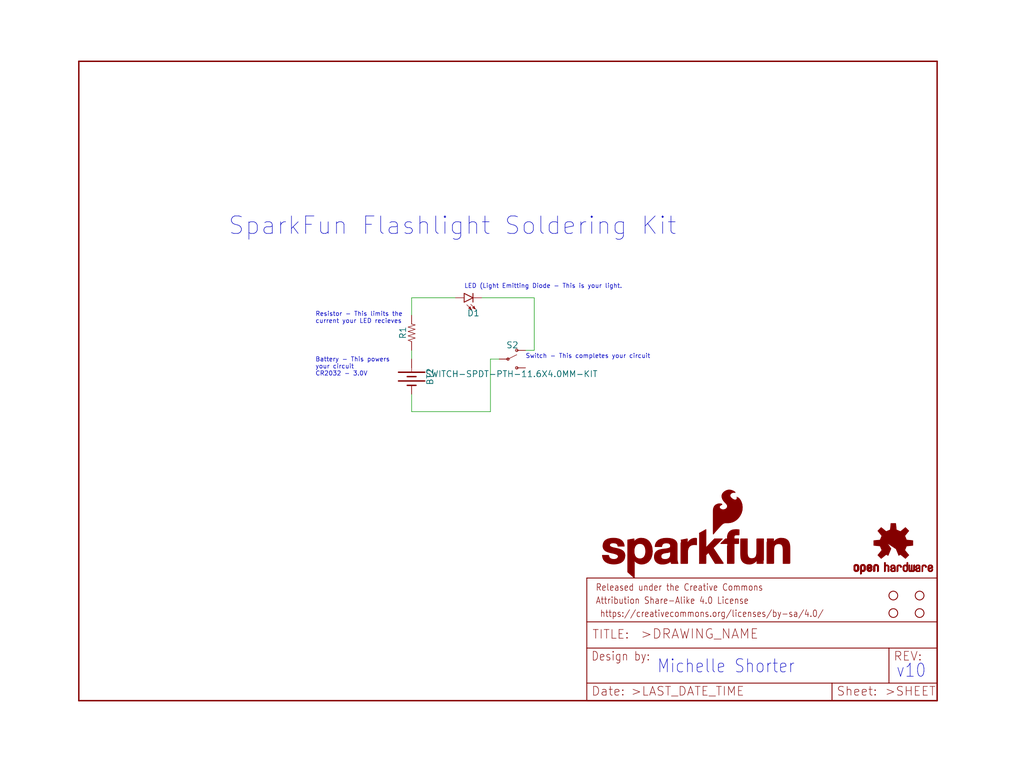
<source format=kicad_sch>
(kicad_sch (version 20211123) (generator eeschema)
  (paper "User" 297.002 223.926)
  (lib_symbols
    (symbol "eagleSchem-eagle-import:BATTERY-20MM_PTH_KIT"
      (property "Reference" "BT" (at 0 4.318 0))
      (property "Value" "BATTERY-20MM_PTH_KIT" (at 0 -4.318 0))
      (symbol "BATTERY-20MM_PTH_KIT_1_0"
        (pin power_in line (at -5.08 0 0) (length 2.54) (name "+") (number "1"))
        (pin power_in line (at 5.08 0 180) (length 2.54) (name "-") (number "2"))
      )
    )
    (symbol "eagleSchem-eagle-import:FRAME-LETTER"
      (symbol "FRAME-LETTER_2_0"
        (text " https://creativecommons.org/licenses/by-sa/4.0/" (at 2.54 24.13 0) (effects (font (size 1.9304 1.6408)) (justify left bottom)))
        (text ">DRAWING_NAME" (at 15.494 17.78 0) (effects (font (size 2.7432 2.7432)) (justify left bottom)))
        (text ">LAST_DATE_TIME" (at 12.7 1.27 0) (effects (font (size 2.54 2.54)) (justify left bottom)))
        (text ">SHEET" (at 86.36 1.27 0) (effects (font (size 2.54 2.54)) (justify left bottom)))
        (text "Attribution Share-Alike 4.0 License" (at 2.54 27.94 0) (effects (font (size 1.9304 1.6408)) (justify left bottom)))
        (text "Date:" (at 1.27 1.27 0) (effects (font (size 2.54 2.54)) (justify left bottom)))
        (text "Design by:" (at 1.27 11.43 0) (effects (font (size 2.54 2.159)) (justify left bottom)))
        (text "Released under the Creative Commons" (at 2.54 31.75 0) (effects (font (size 1.9304 1.6408)) (justify left bottom)))
        (text "REV:" (at 88.9 11.43 0) (effects (font (size 2.54 2.54)) (justify left bottom)))
        (text "Sheet:" (at 72.39 1.27 0) (effects (font (size 2.54 2.54)) (justify left bottom)))
        (text "TITLE:" (at 1.524 17.78 0) (effects (font (size 2.54 2.54)) (justify left bottom)))
      )
    )
    (symbol "eagleSchem-eagle-import:LED-5MM-KIT-NO-SILK"
      (property "Reference" "D" (at -3.429 -4.572 90))
      (property "Value" "LED-5MM-KIT-NO-SILK" (at 1.905 -4.572 90))
      (symbol "LED-5MM-KIT-NO-SILK_1_0"
        (pin passive line (at 0 2.54 270) (length 2.54) (name "A") (number "A"))
        (pin passive line (at 0 -5.08 90) (length 2.54) (name "C") (number "K"))
      )
    )
    (symbol "eagleSchem-eagle-import:OSHW-LOGOS")
    (symbol "eagleSchem-eagle-import:RESISTORAXIAL-0.3-KIT"
      (property "Reference" "R" (at 0 1.524 0))
      (property "Value" "RESISTORAXIAL-0.3-KIT" (at 0 -1.524 0))
      (symbol "RESISTORAXIAL-0.3-KIT_1_0"
        (pin passive line (at -5.08 0 0) (length 2.54) (name "1") (number "P$1"))
        (pin passive line (at 5.08 0 180) (length 2.54) (name "2") (number "P$2"))
      )
    )
    (symbol "eagleSchem-eagle-import:SFE_LOGO_FLAME.1_INCH")
    (symbol "eagleSchem-eagle-import:SFE_LOGO_NAME.2_INCH")
    (symbol "eagleSchem-eagle-import:SFE_LOGO_NAME_FLAME.2_INCH")
    (symbol "eagleSchem-eagle-import:STAND-OFF")
    (symbol "eagleSchem-eagle-import:SWITCH-SPDT-PTH-11.6X4.0MM-KIT"
      (property "Reference" "S" (at 1.27 3.048 0))
      (property "Value" "SWITCH-SPDT-PTH-11.6X4.0MM-KIT" (at 1.016 -3.302 0))
      (symbol "SWITCH-SPDT-PTH-11.6X4.0MM-KIT_1_0"
        (pin passive line (at 5.08 2.54 180) (length 2.54) (name "O") (number "1"))
        (pin passive line (at -2.54 0 0) (length 2.54) (name "P") (number "2"))
        (pin passive line (at 5.08 -2.54 180) (length 2.54) (name "S") (number "3"))
      )
    )
  )
  (wire (pts (xy 119.38 91.44) (xy 119.38 86.36)))
  (wire (pts (xy 142.24 104.14) (xy 142.24 119.38)))
  (wire (pts (xy 139.7 86.36) (xy 154.94 86.36)))
  (wire (pts (xy 142.24 119.38) (xy 119.38 119.38)))
  (wire (pts (xy 119.38 114.3) (xy 119.38 119.38)))
  (wire (pts (xy 154.94 86.36) (xy 154.94 101.6)))
  (wire (pts (xy 119.38 104.14) (xy 119.38 101.6)))
  (wire (pts (xy 154.94 101.6) (xy 152.4 101.6)))
  (wire (pts (xy 144.78 104.14) (xy 142.24 104.14)))
  (wire (pts (xy 119.38 86.36) (xy 132.08 86.36)))
  (text "Michelle Shorter" (at 190.5 195.58 180) (effects (font (size 3.81 3.2385)) (justify left bottom)))
  (text "Battery - This powers\nyour circuit\nCR2032 - 3.0V" (at 91.44 109.22 180) (effects (font (size 1.27 1.27)) (justify left bottom)))
  (text "Switch - This completes your circuit" (at 152.4 104.14 180) (effects (font (size 1.27 1.27)) (justify left bottom)))
  (text "Resistor - This limits the\ncurrent your LED recieves" (at 91.44 93.98 0) (effects (font (size 1.27 1.27)) (justify left bottom)))
  (text "SparkFun Flashlight Soldering Kit" (at 66.04 68.58 180) (effects (font (size 5.08 5.08)) (justify left bottom)))
  (text "LED (Light Emitting Diode - This is your light." (at 134.62 83.82 180) (effects (font (size 1.27 1.27)) (justify left bottom)))
  (text "v10" (at 259.842 196.85 180) (effects (font (size 3.81 3.2385)) (justify left bottom)))
  (symbol (lib_id "eagleSchem-eagle-import:FRAME-LETTER") (at 170.18 203.2 0) (unit 2)
    (property "Reference" "FRAME1" (effects hide))
    (property "Value" "FRAME-LETTER" (effects hide))
    (property "Footprint" "eagleSchem:CREATIVE_COMMONS" (effects hide))
  )
  (symbol (lib_id "eagleSchem-eagle-import:OSHW-LOGOS") (at 259.08 157.48 0) (unit 1)
    (property "Reference" "LOGO1" (effects hide))
    (property "Value" "OSHW-LOGOS" (effects hide))
    (property "Footprint" "eagleSchem:OSHW-LOGO-S" (effects hide))
  )
  (symbol (lib_id "eagleSchem-eagle-import:STAND-OFF") (at 259.08 177.8 0) (unit 1)
    (property "Reference" "H1" (effects hide))
    (property "Value" "STAND-OFF" (effects hide))
    (property "Footprint" "eagleSchem:STAND-OFF" (effects hide))
  )
  (symbol (lib_id "eagleSchem-eagle-import:LED-5MM-KIT-NO-SILK") (at 134.62 86.36 90) (unit 1)
    (property "Reference" "D1" (at 139.192 89.789 90) (effects (font (size 1.778 1.778)) (justify left bottom)))
    (property "Value" "LED-5MM-KIT-NO-SILK" (at 139.192 84.455 90) (effects (font (size 1.778 1.778)) (justify left top)))
    (property "Footprint" "eagleSchem:LED_5MM-KIT-NO-SILK" (effects hide))
    (property "Value" "LED-5MM-KIT-NO-SILK" (effects hide))
  )
  (symbol (lib_id "eagleSchem-eagle-import:RESISTORAXIAL-0.3-KIT") (at 119.38 96.52 90) (unit 1)
    (property "Reference" "R1" (at 117.856 96.52 0) (effects (font (size 1.778 1.778)) (justify bottom)))
    (property "Value" "10" (at 120.904 96.52 0) (effects (font (size 1.778 1.778)) (justify top)))
    (property "Footprint" "eagleSchem:AXIAL-0.3-KIT" (effects hide))
    (property "Value" "10" (effects hide))
  )
  (symbol (lib_id "eagleSchem-eagle-import:STAND-OFF") (at 259.08 172.72 0) (unit 1)
    (property "Reference" "H3" (effects hide))
    (property "Value" "STAND-OFF" (effects hide))
    (property "Footprint" "eagleSchem:STAND-OFF" (effects hide))
  )
  (symbol (lib_id "eagleSchem-eagle-import:STAND-OFF") (at 266.7 172.72 0) (unit 1)
    (property "Reference" "H4" (effects hide))
    (property "Value" "STAND-OFF" (effects hide))
    (property "Footprint" "eagleSchem:STAND-OFF" (effects hide))
  )
  (symbol (lib_id "eagleSchem-eagle-import:STAND-OFF") (at 266.7 177.8 0) (unit 1)
    (property "Reference" "H2" (effects hide))
    (property "Value" "STAND-OFF" (effects hide))
    (property "Footprint" "eagleSchem:STAND-OFF" (effects hide))
  )
  (symbol (lib_id "eagleSchem-eagle-import:BATTERY-20MM_PTH_KIT") (at 119.38 109.22 270) (unit 1)
    (property "Reference" "BT2" (at 123.698 109.22 0) (effects (font (size 1.778 1.778)) (justify bottom)))
    (property "Value" "BATTERY-20MM_PTH_KIT" (at 115.062 109.22 0) (effects (font (size 1.778 1.778)) (justify top)))
    (property "Footprint" "eagleSchem:BATTCOM_20MM_PTH_KIT" (effects hide))
    (property "Value" "BATTERY-20MM_PTH_KIT" (effects hide))
  )
  (symbol (lib_id "eagleSchem-eagle-import:SFE_LOGO_FLAME.1_INCH") (at 206.502 155.448 0) (unit 1)
    (property "Reference" "LOGO2" (effects hide))
    (property "Value" "SFE_LOGO_FLAME.1_INCH" (effects hide))
    (property "Footprint" "eagleSchem:SFE_LOGO_FLAME_.1" (effects hide))
  )
  (symbol (lib_id "eagleSchem-eagle-import:SFE_LOGO_NAME_FLAME.2_INCH") (at 173.99 167.894 0) (unit 1)
    (property "Reference" "LOGO3" (effects hide))
    (property "Value" "SFE_LOGO_NAME_FLAME.2_INCH" (effects hide))
    (property "Footprint" "eagleSchem:SFE_LOGO_NAME_FLAME_.2" (effects hide))
  )
  (symbol (lib_id "eagleSchem-eagle-import:FRAME-LETTER") (at 22.86 203.2 0) (unit 1)
    (property "Reference" "FRAME1" (effects hide))
    (property "Value" "FRAME-LETTER" (effects hide))
    (property "Footprint" "eagleSchem:CREATIVE_COMMONS" (effects hide))
  )
  (symbol (lib_id "eagleSchem-eagle-import:SWITCH-SPDT-PTH-11.6X4.0MM-KIT") (at 147.32 104.14 0) (unit 1)
    (property "Reference" "S2" (at 148.59 101.092 0) (effects (font (size 1.778 1.778)) (justify bottom)))
    (property "Value" "SWITCH-SPDT-PTH-11.6X4.0MM-KIT" (at 148.336 107.442 0) (effects (font (size 1.778 1.778)) (justify top)))
    (property "Footprint" "eagleSchem:SWITCH_SPDT_PTH_11.6X4.0MM_KIT" (effects hide))
  )
  (symbol (lib_id "eagleSchem-eagle-import:SFE_LOGO_NAME.2_INCH") (at 172.72 167.64 0) (unit 1)
    (property "Reference" "LOGO4" (effects hide))
    (property "Value" "SFE_LOGO_NAME.2_INCH" (effects hide))
    (property "Footprint" "eagleSchem:SFE_LOGO_NAME_.2" (effects hide))
  )
)
</source>
